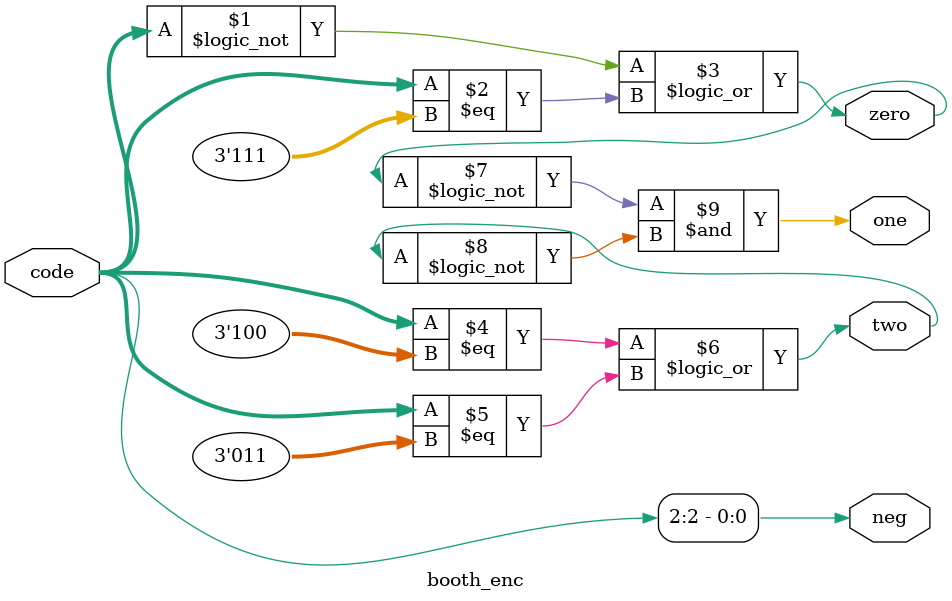
<source format=v>
module booth_enc(
	input wire [2:0] code,
	output neg,
	output zero,
	output one,
	output two
);

assign neg  = code[2];
assign zero = (code==3'b000) || (code==3'b111);
assign two  = (code==3'b100) || (code==3'b011);
assign one  = !zero & !two;

endmodule

</source>
